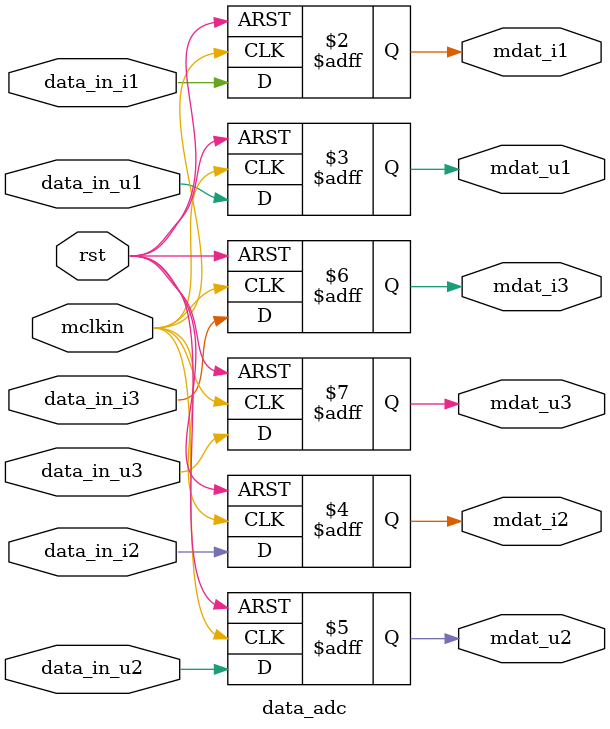
<source format=v>
module data_adc (
  input     wire     mclkin,
  input     wire     rst,

  input     wire     data_in_i1,   
  input     wire     data_in_u1,
  input     wire     data_in_i2,   
  input     wire     data_in_u2,
  input     wire     data_in_i3,   
  input     wire     data_in_u3,

  output    reg      mdat_i1,       
  output    reg      mdat_u1,
  output    reg      mdat_i2,       
  output    reg      mdat_u2, 
  output    reg      mdat_i3,       
  output    reg      mdat_u3     
  
);


  always @(posedge mclkin, posedge rst) begin
    if(rst) begin
      mdat_i1 <= 0;
      mdat_u1 <= 0;  
      mdat_i2 <= 0;
      mdat_u2 <= 0;
      mdat_i3 <= 0;
      mdat_u3 <= 0;
      
    end else begin  
      mdat_i1 <= data_in_i1;
      mdat_u1 <= data_in_u1;  
      mdat_i2 <= data_in_i2;
      mdat_u2 <= data_in_u2;
      mdat_i3 <= data_in_i3;
      mdat_u3 <= data_in_u3;  
    
    end
  end
  
endmodule
</source>
